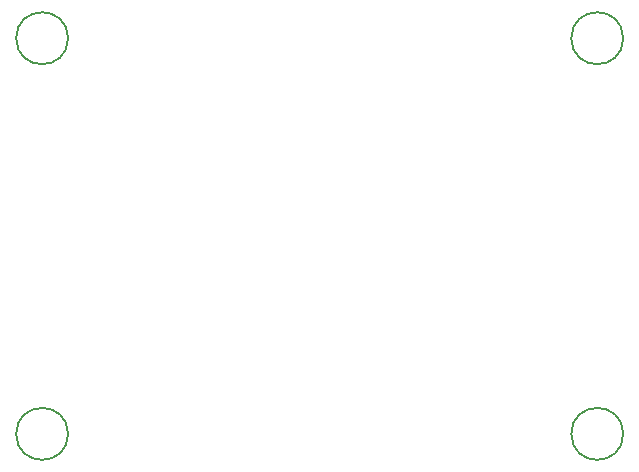
<source format=gbr>
%TF.GenerationSoftware,KiCad,Pcbnew,8.0.4*%
%TF.CreationDate,2024-08-04T17:25:46-04:00*%
%TF.ProjectId,board,626f6172-642e-46b6-9963-61645f706362,rev?*%
%TF.SameCoordinates,Original*%
%TF.FileFunction,Other,Comment*%
%FSLAX46Y46*%
G04 Gerber Fmt 4.6, Leading zero omitted, Abs format (unit mm)*
G04 Created by KiCad (PCBNEW 8.0.4) date 2024-08-04 17:25:46*
%MOMM*%
%LPD*%
G01*
G04 APERTURE LIST*
%ADD10C,0.150000*%
G04 APERTURE END LIST*
D10*
%TO.C,REF\u002A\u002A*%
X47200000Y-29500000D02*
G75*
G02*
X42800000Y-29500000I-2200000J0D01*
G01*
X42800000Y-29500000D02*
G75*
G02*
X47200000Y-29500000I2200000J0D01*
G01*
X94200000Y-29500000D02*
G75*
G02*
X89800000Y-29500000I-2200000J0D01*
G01*
X89800000Y-29500000D02*
G75*
G02*
X94200000Y-29500000I2200000J0D01*
G01*
X47200000Y-63000000D02*
G75*
G02*
X42800000Y-63000000I-2200000J0D01*
G01*
X42800000Y-63000000D02*
G75*
G02*
X47200000Y-63000000I2200000J0D01*
G01*
X94200000Y-63000000D02*
G75*
G02*
X89800000Y-63000000I-2200000J0D01*
G01*
X89800000Y-63000000D02*
G75*
G02*
X94200000Y-63000000I2200000J0D01*
G01*
%TD*%
M02*

</source>
